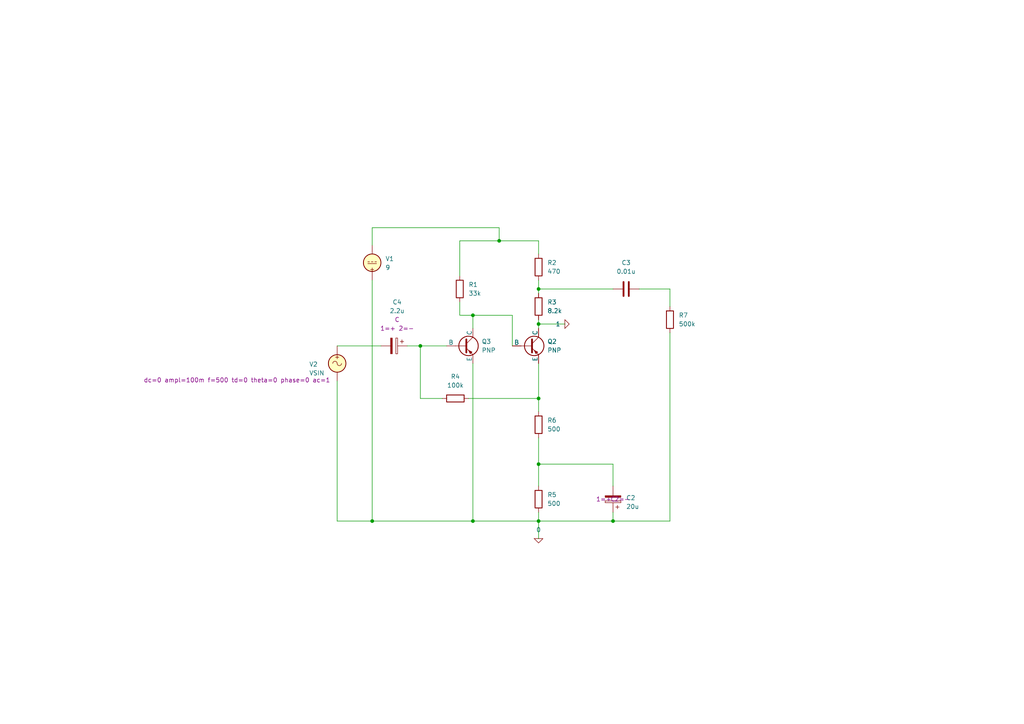
<source format=kicad_sch>
(kicad_sch (version 20250114) (generator "eeschema") (generator_version "9.0")
  (paper "A4")
  (title_block (title "Fuzz Face") (date "2025-12-31") (rev "1"))
  (lib_symbols
    (symbol "Device:C" (pin_numbers (hide yes)) (pin_names (offset 0.254))
      (property "Reference" "C" (at 0.635 2.54 0))
      (property "Value" "C" (at 0.635 -2.54 0))
      (symbol "C_0_1"
        (polyline (pts (xy -2.032 0.762) (xy 2.032 0.762)) (stroke (width 0.508)))
        (polyline (pts (xy -2.032 -0.762) (xy 2.032 -0.762)) (stroke (width 0.508)))
      )
      (symbol "C_1_1"
        (pin passive line (at 0 3.81 270) (length 2.794) (name "~") (number "1"))
        (pin passive line (at 0 -3.81 90) (length 2.794) (name "~") (number "2"))
      )
    )
    (symbol "Device:C_Polarized" (pin_numbers (hide yes)) (pin_names (offset 0.254))
      (property "Reference" "C" (at 0.635 2.54 0))
      (property "Value" "C_Polarized" (at 0.635 -2.54 0))
      (symbol "C_Polarized_0_1"
        (rectangle (start -2.286 0.508) (end 2.286 1.016))
        (polyline (pts (xy -1.778 2.286) (xy -0.762 2.286)))
        (polyline (pts (xy -1.27 2.794) (xy -1.27 1.778)))
        (rectangle (start 2.286 -0.508) (end -2.286 -1.016) (fill (type outline)))
      )
      (symbol "C_Polarized_1_1"
        (pin passive line (at 0 3.81 270) (length 2.794) (name "~") (number "1"))
        (pin passive line (at 0 -3.81 90) (length 2.794) (name "~") (number "2"))
      )
    )
    (symbol "Device:R" (pin_numbers (hide yes)) (pin_names (offset 0))
      (property "Reference" "R" (at 2.032 0 90))
      (property "Value" "R" (at 0 0 90))
      (symbol "R_0_1"
        (rectangle (start -1.016 -2.54) (end 1.016 2.54) (stroke (width 0.254)))
      )
      (symbol "R_1_1"
        (pin passive line (at 0 3.81 270) (length 1.27) (name "~") (number "1"))
        (pin passive line (at 0 -3.81 90) (length 1.27) (name "~") (number "2"))
      )
    )
    (symbol "Simulation_SPICE:0" (power) (pin_numbers (hide yes)) (pin_names (offset 0) (hide yes))
      (property "Value" "0" (at 0 -2.54 0))
      (symbol "0_0_1"
        (polyline (pts (xy -1.27 0) (xy 0 -1.27) (xy 1.27 0) (xy -1.27 0)))
      )
      (symbol "0_1_1"
        (pin power_in line (at 0 0 0) (length 0) (name "~") (number "1"))
      )
    )
    (symbol "Simulation_SPICE:PNP" (pin_numbers (hide yes)) (pin_names (offset 0))
      (property "Reference" "Q" (at -2.54 7.62 0))
      (property "Value" "PNP" (at -2.54 5.08 0))
      (symbol "PNP_0_1"
        (polyline (pts (xy -2.54 0) (xy 0.635 0)) (stroke (width 0.1524)))
        (polyline (pts (xy 0.635 1.905) (xy 0.635 -1.905) (xy 0.635 -1.905)) (stroke (width 0.508)))
        (polyline (pts (xy 0.635 0.635) (xy 2.54 2.54)))
        (polyline (pts (xy 0.635 -0.635) (xy 2.54 -2.54) (xy 2.54 -2.54)))
        (circle (center 1.27 0) (radius 2.8194) (stroke (width 0.254)))
        (polyline (pts (xy 2.286 -1.778) (xy 1.778 -2.286) (xy 1.27 -1.27) (xy 2.286 -1.778) (xy 2.286 -1.778)) (fill (type outline)))
      )
      (symbol "PNP_1_1"
        (pin input line (at -5.08 0 0) (length 2.54) (name "B") (number "2"))
        (pin open_collector line (at 2.54 5.08 270) (length 2.54) (name "C") (number "1"))
        (pin open_emitter line (at 2.54 -5.08 90) (length 2.54) (name "E") (number "3"))
      )
    )
    (symbol "Simulation_SPICE:VDC" (pin_numbers (hide yes)) (pin_names (offset 0.0254))
      (property "Reference" "V" (at 2.54 2.54 0))
      (property "Value" "1" (at 2.54 0 0))
      (symbol "VDC_0_0"
        (polyline (pts (xy -1.27 0.254) (xy 1.27 0.254)))
        (polyline (pts (xy -0.762 -0.254) (xy -1.27 -0.254)))
        (polyline (pts (xy 0.254 -0.254) (xy -0.254 -0.254)))
        (polyline (pts (xy 1.27 -0.254) (xy 0.762 -0.254)))
        (text "+" (at 0 1.905 0) (effects (font (size 1.27 1.27))))
      )
      (symbol "VDC_0_1"
        (circle (center 0 0) (radius 2.54) (stroke (width 0.254)) (fill (type background)))
      )
      (symbol "VDC_1_1"
        (pin passive line (at 0 5.08 270) (length 2.54) (name "~") (number "1"))
        (pin passive line (at 0 -5.08 90) (length 2.54) (name "~") (number "2"))
      )
    )
    (symbol "Simulation_SPICE:VSIN" (pin_numbers (hide yes)) (pin_names (offset 0.0254))
      (property "Reference" "V" (at 2.54 2.54 0))
      (property "Value" "VSIN" (at 2.54 0 0))
      (property "Sim.Params" "dc=0 ampl=1 f=1k ac=1" (at 2.54 -2.54 0))
      (symbol "VSIN_0_0"
        (arc (start -1.27 0) (mid -0.635 0.6323) (end 0 0))
        (arc (start 1.27 0) (mid 0.635 -0.6323) (end 0 0))
        (text "+" (at 0 1.905 0) (effects (font (size 1.27 1.27))))
      )
      (symbol "VSIN_0_1"
        (circle (center 0 0) (radius 2.54) (stroke (width 0.254)) (fill (type background)))
      )
      (symbol "VSIN_1_1"
        (pin passive line (at 0 5.08 270) (length 2.54) (name "~") (number "1"))
        (pin passive line (at 0 -5.08 90) (length 2.54) (name "~") (number "2"))
      )
    )
  )
  (junction (at 137.16 91.44))
  (junction (at 156.21 93.98))
  (junction (at 177.8 151.13))
  (junction (at 156.21 83.82))
  (junction (at 137.16 151.13))
  (junction (at 121.92 100.33))
  (junction (at 107.95 151.13))
  (junction (at 144.78 69.85))
  (junction (at 156.21 115.57))
  (junction (at 156.21 134.62))
  (junction (at 156.21 151.13))
  (wire (pts (xy 137.16 105.41) (xy 137.16 151.13)))
  (wire (pts (xy 137.16 151.13) (xy 156.21 151.13)))
  (wire (pts (xy 156.21 83.82) (xy 156.21 81.28)))
  (wire (pts (xy 156.21 134.62) (xy 156.21 140.97)))
  (wire (pts (xy 156.21 127) (xy 156.21 134.62)))
  (wire (pts (xy 135.89 115.57) (xy 156.21 115.57)))
  (wire (pts (xy 133.35 87.63) (xy 133.35 91.44)))
  (wire (pts (xy 194.31 96.52) (xy 194.31 151.13)))
  (wire (pts (xy 156.21 148.59) (xy 156.21 151.13)))
  (wire (pts (xy 148.59 91.44) (xy 137.16 91.44)))
  (wire (pts (xy 144.78 66.04) (xy 144.78 69.85)))
  (wire (pts (xy 194.31 83.82) (xy 194.31 88.9)))
  (wire (pts (xy 148.59 100.33) (xy 148.59 91.44)))
  (wire (pts (xy 156.21 134.62) (xy 177.8 134.62)))
  (wire (pts (xy 156.21 95.25) (xy 156.21 93.98)))
  (wire (pts (xy 97.79 110.49) (xy 97.79 151.13)))
  (wire (pts (xy 107.95 151.13) (xy 97.79 151.13)))
  (wire (pts (xy 107.95 66.04) (xy 144.78 66.04)))
  (wire (pts (xy 107.95 71.12) (xy 107.95 66.04)))
  (wire (pts (xy 128.27 115.57) (xy 121.92 115.57)))
  (wire (pts (xy 177.8 134.62) (xy 177.8 140.97)))
  (wire (pts (xy 177.8 151.13) (xy 194.31 151.13)))
  (wire (pts (xy 118.11 100.33) (xy 121.92 100.33)))
  (wire (pts (xy 156.21 151.13) (xy 156.21 156.21)))
  (wire (pts (xy 185.42 83.82) (xy 194.31 83.82)))
  (wire (pts (xy 177.8 148.59) (xy 177.8 151.13)))
  (wire (pts (xy 107.95 81.28) (xy 107.95 151.13)))
  (wire (pts (xy 97.79 100.33) (xy 110.49 100.33)))
  (wire (pts (xy 156.21 115.57) (xy 156.21 119.38)))
  (wire (pts (xy 156.21 73.66) (xy 156.21 69.85)))
  (wire (pts (xy 156.21 93.98) (xy 163.83 93.98)))
  (wire (pts (xy 156.21 105.41) (xy 156.21 115.57)))
  (wire (pts (xy 107.95 151.13) (xy 137.16 151.13)))
  (wire (pts (xy 156.21 69.85) (xy 144.78 69.85)))
  (wire (pts (xy 133.35 69.85) (xy 133.35 80.01)))
  (wire (pts (xy 137.16 91.44) (xy 133.35 91.44)))
  (wire (pts (xy 121.92 100.33) (xy 129.54 100.33)))
  (wire (pts (xy 177.8 151.13) (xy 156.21 151.13)))
  (wire (pts (xy 121.92 115.57) (xy 121.92 100.33)))
  (wire (pts (xy 156.21 85.09) (xy 156.21 83.82)))
  (wire (pts (xy 156.21 83.82) (xy 177.8 83.82)))
  (wire (pts (xy 144.78 69.85) (xy 133.35 69.85)))
  (wire (pts (xy 137.16 91.44) (xy 137.16 95.25)))
  (wire (pts (xy 156.21 93.98) (xy 156.21 92.71)))
  (symbol (lib_id "Simulation_SPICE:0") (at 156.21 156.21 0) (unit 1)
    (property "Reference" "#GND03" (effects (hide yes)))
    (property "Value" "0" (at 156.21 153.67 0))
    (property "Datasheet" "https://ngspice.sourceforge.io/docs/ngspice-html-manual/manual.xhtml#subsec_Circuit_elements__device" (effects (hide yes)))
    (property "Description" "0V reference potential for simulation" (effects (hide yes)))
  )
  (symbol (lib_id "Simulation_SPICE:VSIN") (at 97.79 105.41 0) (unit 1)
    (property "Reference" "V2" (at 89.662 105.664 0) (effects (justify left)))
    (property "Value" "VSIN" (at 89.662 108.204 0) (effects (justify left)))
    (property "Datasheet" "https://ngspice.sourceforge.io/docs/ngspice-html-manual/manual.xhtml#sec_Independent_Sources_for" (effects (hide yes)))
    (property "Description" "Voltage source, sinusoidal" (effects (hide yes)))
    (property "Sim.Pins" "1=+ 2=-" (effects (hide yes)))
    (property "Sim.Params" "dc=0 ampl=100m f=500 td=0 theta=0 phase=0 ac=1" (at 41.656 110.236 0) (effects (justify left)))
    (property "Sim.Type" "SIN" (effects (hide yes)))
    (property "Sim.Device" "V" (effects (hide yes)))
  )
  (symbol (lib_id "Device:R") (at 156.21 77.47 0) (unit 1)
    (property "Reference" "R2" (at 158.75 76.1999 0) (effects (justify left)))
    (property "Value" "470" (at 158.75 78.7399 0) (effects (justify left)))
    (property "Description" "Resistor" (effects (hide yes)))
  )
  (symbol (lib_id "Device:C_Polarized") (at 114.3 100.33 270) (unit 1)
    (property "Reference" "C4" (at 115.189 87.63 90))
    (property "Value" "2.2u" (at 115.189 90.17 90))
    (property "Description" "Polarized capacitor" (effects (hide yes)))
    (property "Sim.Device" "C" (at 115.189 92.71 90))
    (property "Sim.Pins" "1=+ 2=-" (at 115.189 95.25 90))
  )
  (symbol (lib_id "Device:R") (at 194.31 92.71 180) (unit 1)
    (property "Reference" "R7" (at 196.85 91.4399 0) (effects (justify right)))
    (property "Value" "500k" (at 196.85 93.9799 0) (effects (justify right)))
    (property "Description" "Resistor" (effects (hide yes)))
  )
  (symbol (lib_id "Device:R") (at 133.35 83.82 0) (unit 1)
    (property "Reference" "R1" (at 135.89 82.5499 0) (effects (justify left)))
    (property "Value" "33k" (at 135.89 85.0899 0) (effects (justify left)))
    (property "Description" "Resistor" (effects (hide yes)))
  )
  (symbol (lib_id "Device:R") (at 156.21 88.9 0) (unit 1)
    (property "Reference" "R3" (at 158.75 87.6299 0) (effects (justify left)))
    (property "Value" "8.2k" (at 158.75 90.1699 0) (effects (justify left)))
    (property "Description" "Resistor" (effects (hide yes)))
  )
  (symbol (lib_id "Simulation_SPICE:VDC") (at 107.95 76.2 180) (unit 1)
    (property "Reference" "V1" (at 111.76 75.0597 0) (effects (justify right)))
    (property "Value" "9" (at 111.76 77.5997 0) (effects (justify right)))
    (property "Datasheet" "https://ngspice.sourceforge.io/docs/ngspice-html-manual/manual.xhtml#sec_Independent_Sources_for" (effects (hide yes)))
    (property "Description" "Voltage source, DC" (effects (hide yes)))
    (property "Sim.Pins" "1=+ 2=-" (effects (hide yes)))
    (property "Sim.Type" "DC" (effects (hide yes)))
    (property "Sim.Device" "V" (effects (hide yes)))
  )
  (symbol (lib_id "Device:C_Polarized") (at 177.8 144.78 180) (unit 1)
    (property "Reference" "C2" (at 181.61 144.3989 0) (effects (justify right)))
    (property "Value" "20u" (at 181.61 146.9389 0) (effects (justify right)))
    (property "Description" "Polarized capacitor" (effects (hide yes)))
    (property "Sim.Device" "C" (at 177.8 144.78 0))
    (property "Sim.Pins" "1=+ 2=-" (at 177.8 144.78 0))
  )
  (symbol (lib_id "Device:R") (at 156.21 123.19 180) (unit 1)
    (property "Reference" "R6" (at 158.75 121.9199 0) (effects (justify right)))
    (property "Value" "500" (at 158.75 124.4599 0) (effects (justify right)))
    (property "Description" "Resistor" (effects (hide yes)))
  )
  (symbol (lib_id "Device:R") (at 132.08 115.57 90) (unit 1)
    (property "Reference" "R4" (at 132.08 109.22 90))
    (property "Value" "100k" (at 132.08 111.76 90))
    (property "Description" "Resistor" (effects (hide yes)))
  )
  (symbol (lib_id "Simulation_SPICE:PNP") (at 153.67 100.33 0) (unit 1)
    (property "Reference" "Q2" (at 158.75 99.0599 0) (effects (justify left)))
    (property "Value" "PNP" (at 158.75 101.5999 0) (effects (justify left)))
    (property "Datasheet" "https://ngspice.sourceforge.io/docs/ngspice-html-manual/manual.xhtml#cha_BJTs" (effects (hide yes)))
    (property "Description" "Bipolar transistor symbol for simulation only, substrate tied to the emitter" (effects (hide yes)))
    (property "Sim.Library" "AC128 B120" (effects (hide yes)))
    (property "Sim.Name" "GERPNP_LOWGAIN" (effects (hide yes)))
    (property "Sim.Device" "PNP" (effects (hide yes)))
    (property "Sim.Type" "GUMMELPOON" (effects (hide yes)))
    (property "Sim.Pins" "1=C 2=B 3=E" (effects (hide yes)))
  )
  (symbol (lib_id "Simulation_SPICE:0") (at 163.83 93.98 90) (unit 1)
    (property "Reference" "#GND04" (effects (hide yes)))
    (property "Value" "1" (at 162.56 93.9799 90) (effects (justify left)))
    (property "Datasheet" "https://ngspice.sourceforge.io/docs/ngspice-html-manual/manual.xhtml#subsec_Circuit_elements__device" (effects (hide yes)))
    (property "Description" "0V reference potential for simulation" (effects (hide yes)))
  )
  (symbol (lib_id "Device:R") (at 156.21 144.78 180) (unit 1)
    (property "Reference" "R5" (at 158.75 143.5099 0) (effects (justify right)))
    (property "Value" "500" (at 158.75 146.0499 0) (effects (justify right)))
    (property "Description" "Resistor" (effects (hide yes)))
  )
  (symbol (lib_id "Simulation_SPICE:PNP") (at 134.62 100.33 0) (unit 1)
    (property "Reference" "Q3" (at 139.7 99.0599 0) (effects (justify left)))
    (property "Value" "PNP" (at 139.7 101.5999 0) (effects (justify left)))
    (property "Datasheet" "https://ngspice.sourceforge.io/docs/ngspice-html-manual/manual.xhtml#cha_BJTs" (effects (hide yes)))
    (property "Description" "Bipolar transistor symbol for simulation only, substrate tied to the emitter" (effects (hide yes)))
    (property "Sim.Library" "AC128 B120" (effects (hide yes)))
    (property "Sim.Name" "GERPNP_LOWGAIN" (effects (hide yes)))
    (property "Sim.Device" "PNP" (effects (hide yes)))
    (property "Sim.Type" "GUMMELPOON" (effects (hide yes)))
    (property "Sim.Pins" "1=C 2=B 3=E" (effects (hide yes)))
  )
  (symbol (lib_id "Device:C") (at 181.61 83.82 90) (unit 1)
    (property "Reference" "C3" (at 181.61 76.2 90))
    (property "Value" "0.01u" (at 181.61 78.74 90))
    (property "Description" "Unpolarized capacitor" (effects (hide yes)))
  )
)
</source>
